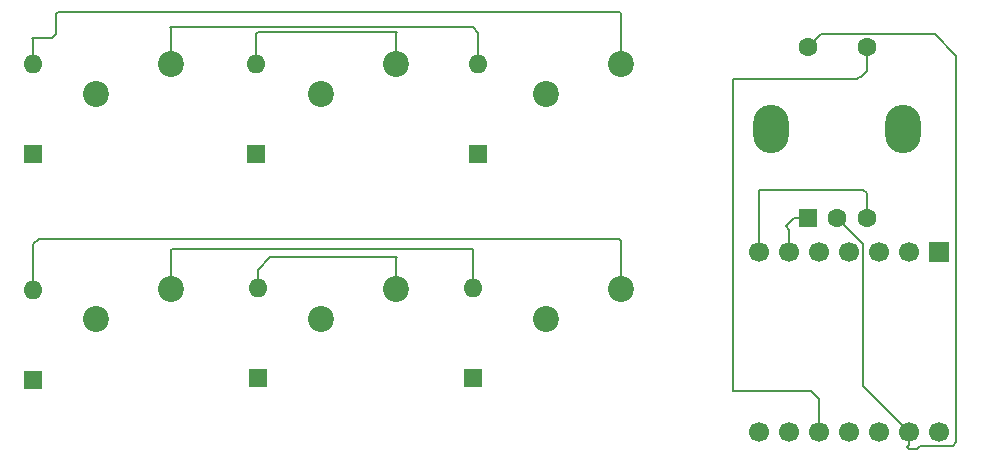
<source format=gbr>
%TF.GenerationSoftware,KiCad,Pcbnew,8.0.5*%
%TF.CreationDate,2024-10-23T20:01:10-04:00*%
%TF.ProjectId,HackPadCase,4861636b-5061-4644-9361-73652e6b6963,rev?*%
%TF.SameCoordinates,Original*%
%TF.FileFunction,Copper,L1,Top*%
%TF.FilePolarity,Positive*%
%FSLAX46Y46*%
G04 Gerber Fmt 4.6, Leading zero omitted, Abs format (unit mm)*
G04 Created by KiCad (PCBNEW 8.0.5) date 2024-10-23 20:01:10*
%MOMM*%
%LPD*%
G01*
G04 APERTURE LIST*
G04 Aperture macros list*
%AMRoundRect*
0 Rectangle with rounded corners*
0 $1 Rounding radius*
0 $2 $3 $4 $5 $6 $7 $8 $9 X,Y pos of 4 corners*
0 Add a 4 corners polygon primitive as box body*
4,1,4,$2,$3,$4,$5,$6,$7,$8,$9,$2,$3,0*
0 Add four circle primitives for the rounded corners*
1,1,$1+$1,$2,$3*
1,1,$1+$1,$4,$5*
1,1,$1+$1,$6,$7*
1,1,$1+$1,$8,$9*
0 Add four rect primitives between the rounded corners*
20,1,$1+$1,$2,$3,$4,$5,0*
20,1,$1+$1,$4,$5,$6,$7,0*
20,1,$1+$1,$6,$7,$8,$9,0*
20,1,$1+$1,$8,$9,$2,$3,0*%
G04 Aperture macros list end*
%TA.AperFunction,ComponentPad*%
%ADD10RoundRect,0.250000X0.550000X-0.550000X0.550000X0.550000X-0.550000X0.550000X-0.550000X-0.550000X0*%
%TD*%
%TA.AperFunction,ComponentPad*%
%ADD11C,1.600000*%
%TD*%
%TA.AperFunction,ComponentPad*%
%ADD12O,3.000000X4.100000*%
%TD*%
%TA.AperFunction,ComponentPad*%
%ADD13C,2.200000*%
%TD*%
%TA.AperFunction,ComponentPad*%
%ADD14R,1.600000X1.600000*%
%TD*%
%TA.AperFunction,ComponentPad*%
%ADD15O,1.600000X1.600000*%
%TD*%
%TA.AperFunction,ComponentPad*%
%ADD16R,1.700000X1.700000*%
%TD*%
%TA.AperFunction,ComponentPad*%
%ADD17C,1.700000*%
%TD*%
%TA.AperFunction,Conductor*%
%ADD18C,0.200000*%
%TD*%
G04 APERTURE END LIST*
D10*
%TO.P,SW7,A,A*%
%TO.N,Net-(U1-PA9_A5_D5_SCL)*%
X187165000Y-78635000D03*
D11*
%TO.P,SW7,B,B*%
%TO.N,Net-(U1-PB08_A6_D6_TX)*%
X192165000Y-78635000D03*
%TO.P,SW7,C,C*%
%TO.N,GND*%
X189665000Y-78635000D03*
%TO.P,SW7,S1,S1*%
X187165000Y-64135000D03*
%TO.P,SW7,S2,S2*%
%TO.N,Net-(U1-PA5_A9_D9_MISO)*%
X192165000Y-64135000D03*
D12*
%TO.P,SW7,SH*%
%TO.N,N/C*%
X184065000Y-71135000D03*
X195265000Y-71135000D03*
%TD*%
D13*
%TO.P,SW1,2,2*%
%TO.N,Column 1*%
X126880000Y-68120000D03*
%TO.P,SW1,1,1*%
%TO.N,Net-(D1-A)*%
X133230000Y-65580000D03*
%TD*%
D14*
%TO.P,D3,1,K*%
%TO.N,Row 1*%
X140465000Y-73215000D03*
D15*
%TO.P,D3,2,A*%
%TO.N,Net-(D3-A)*%
X140465000Y-65595000D03*
%TD*%
D13*
%TO.P,SW6,2,2*%
%TO.N,Column 3*%
X164980000Y-87170000D03*
%TO.P,SW6,1,1*%
%TO.N,Net-(D6-A)*%
X171330000Y-84630000D03*
%TD*%
%TO.P,SW3,2,2*%
%TO.N,Column 3*%
X145930000Y-68120000D03*
%TO.P,SW3,1,1*%
%TO.N,Net-(D3-A)*%
X152280000Y-65580000D03*
%TD*%
D16*
%TO.P,U1,1,PA02_A0_D0*%
%TO.N,Column 1*%
X198305000Y-81535000D03*
D17*
%TO.P,U1,2,PA4_A1_D1*%
%TO.N,Column 2*%
X195765000Y-81535000D03*
%TO.P,U1,3,PA10_A2_D2*%
%TO.N,Column 3*%
X193225000Y-81535000D03*
%TO.P,U1,4,PA11_A3_D3*%
%TO.N,Row 1*%
X190685000Y-81535000D03*
%TO.P,U1,5,PA8_A4_D4_SDA*%
%TO.N,Row 2*%
X188145000Y-81535000D03*
%TO.P,U1,6,PA9_A5_D5_SCL*%
%TO.N,Net-(U1-PA9_A5_D5_SCL)*%
X185605000Y-81535000D03*
%TO.P,U1,7,PB08_A6_D6_TX*%
%TO.N,Net-(U1-PB08_A6_D6_TX)*%
X183065000Y-81535000D03*
%TO.P,U1,8,PB09_A7_D7_RX*%
%TO.N,unconnected-(U1-PB09_A7_D7_RX-Pad8)*%
X183065000Y-96785000D03*
%TO.P,U1,9,PA7_A8_D8_SCK*%
%TO.N,unconnected-(U1-PA7_A8_D8_SCK-Pad9)*%
X185605000Y-96785000D03*
%TO.P,U1,10,PA5_A9_D9_MISO*%
%TO.N,Net-(U1-PA5_A9_D9_MISO)*%
X188145000Y-96785000D03*
%TO.P,U1,11,PA6_A10_D10_MOSI*%
%TO.N,unconnected-(U1-PA6_A10_D10_MOSI-Pad11)*%
X190685000Y-96785000D03*
%TO.P,U1,12,3V3*%
%TO.N,unconnected-(U1-3V3-Pad12)*%
X193225000Y-96785000D03*
%TO.P,U1,13,GND*%
%TO.N,GND*%
X195765000Y-96785000D03*
%TO.P,U1,14,5V*%
%TO.N,unconnected-(U1-5V-Pad14)*%
X198305000Y-96785000D03*
%TD*%
D13*
%TO.P,SW2,2,2*%
%TO.N,Column 2*%
X126880000Y-87170000D03*
%TO.P,SW2,1,1*%
%TO.N,Net-(D2-A)*%
X133230000Y-84630000D03*
%TD*%
D14*
%TO.P,D2,1,K*%
%TO.N,Row 1*%
X158845000Y-92225000D03*
D15*
%TO.P,D2,2,A*%
%TO.N,Net-(D2-A)*%
X158845000Y-84605000D03*
%TD*%
D13*
%TO.P,SW5,2,2*%
%TO.N,Column 2*%
X164980000Y-68120000D03*
%TO.P,SW5,1,1*%
%TO.N,Net-(D5-A)*%
X171330000Y-65580000D03*
%TD*%
D14*
%TO.P,D6,1,K*%
%TO.N,Row 2*%
X121585000Y-92355000D03*
D15*
%TO.P,D6,2,A*%
%TO.N,Net-(D6-A)*%
X121585000Y-84735000D03*
%TD*%
D14*
%TO.P,D1,1,K*%
%TO.N,Row 1*%
X159275000Y-73185000D03*
D15*
%TO.P,D1,2,A*%
%TO.N,Net-(D1-A)*%
X159275000Y-65565000D03*
%TD*%
D13*
%TO.P,SW4,2,2*%
%TO.N,Column 1*%
X145930000Y-87170000D03*
%TO.P,SW4,1,1*%
%TO.N,Net-(D4-A)*%
X152280000Y-84630000D03*
%TD*%
D14*
%TO.P,D4,1,K*%
%TO.N,Row 2*%
X140615000Y-92225000D03*
D15*
%TO.P,D4,2,A*%
%TO.N,Net-(D4-A)*%
X140615000Y-84605000D03*
%TD*%
D14*
%TO.P,D5,1,K*%
%TO.N,Row 2*%
X121565000Y-73195000D03*
D15*
%TO.P,D5,2,A*%
%TO.N,Net-(D5-A)*%
X121565000Y-65575000D03*
%TD*%
D18*
%TO.N,Net-(U1-PA5_A9_D9_MISO)*%
X188145000Y-93965000D02*
X188145000Y-96785000D01*
X187465000Y-93285000D02*
X188145000Y-93965000D01*
X180865000Y-93285000D02*
X187465000Y-93285000D01*
X191365000Y-66835000D02*
X180865000Y-66835000D01*
X191665000Y-66685000D02*
X191515000Y-66685000D01*
X192165000Y-66185000D02*
X191665000Y-66685000D01*
X191515000Y-66685000D02*
X191365000Y-66835000D01*
X180865000Y-66835000D02*
X180865000Y-93285000D01*
X192165000Y-64135000D02*
X192165000Y-66185000D01*
%TO.N,Net-(U1-PB08_A6_D6_TX)*%
X183065000Y-76235000D02*
X183065000Y-81535000D01*
X191865000Y-76235000D02*
X183065000Y-76235000D01*
X192165000Y-76535000D02*
X191865000Y-76235000D01*
X192165000Y-78635000D02*
X192165000Y-76535000D01*
%TO.N,Net-(U1-PA9_A5_D5_SCL)*%
X185605000Y-79625000D02*
X185605000Y-81535000D01*
X185315000Y-79335000D02*
X185605000Y-79625000D01*
X186015000Y-78635000D02*
X185315000Y-79335000D01*
X187165000Y-78635000D02*
X186015000Y-78635000D01*
%TO.N,GND*%
X195765000Y-97885000D02*
X195765000Y-96785000D01*
X195615000Y-98035000D02*
X195765000Y-97885000D01*
X196465000Y-98185000D02*
X195765000Y-98185000D01*
X196715000Y-97935000D02*
X196465000Y-98185000D01*
X195765000Y-98185000D02*
X195615000Y-98035000D01*
X199465000Y-97935000D02*
X196715000Y-97935000D01*
X199765000Y-97635000D02*
X199465000Y-97935000D01*
X199765000Y-64885000D02*
X199765000Y-97635000D01*
X197915000Y-63035000D02*
X199765000Y-64885000D01*
X188265000Y-63035000D02*
X197915000Y-63035000D01*
X187165000Y-64135000D02*
X188265000Y-63035000D01*
X191835000Y-80805000D02*
X191835000Y-92855000D01*
X189665000Y-78635000D02*
X191835000Y-80805000D01*
X191835000Y-92855000D02*
X195765000Y-96785000D01*
%TO.N,Net-(D6-A)*%
X122115000Y-80435000D02*
X122065000Y-80385000D01*
X171215000Y-80435000D02*
X122115000Y-80435000D01*
X122065000Y-80385000D02*
X121585000Y-80865000D01*
X171330000Y-80550000D02*
X171215000Y-80435000D01*
X171330000Y-84630000D02*
X171330000Y-80550000D01*
X121585000Y-80865000D02*
X121585000Y-84735000D01*
%TO.N,Net-(D4-A)*%
X140615000Y-83035000D02*
X140615000Y-84605000D01*
X141665000Y-81985000D02*
X140615000Y-83035000D01*
X152365000Y-81985000D02*
X141665000Y-81985000D01*
X152280000Y-82070000D02*
X152365000Y-81985000D01*
X152280000Y-84630000D02*
X152280000Y-82070000D01*
%TO.N,Net-(D5-A)*%
X121565000Y-63485000D02*
X121565000Y-65575000D01*
X121465000Y-63385000D02*
X121565000Y-63485000D01*
X123515000Y-63035000D02*
X123165000Y-63385000D01*
X123165000Y-63385000D02*
X121465000Y-63385000D01*
X123515000Y-61385000D02*
X123515000Y-63035000D01*
X123715000Y-61185000D02*
X123515000Y-61385000D01*
X171215000Y-61185000D02*
X123715000Y-61185000D01*
X171330000Y-61300000D02*
X171215000Y-61185000D01*
X171330000Y-65580000D02*
X171330000Y-61300000D01*
%TO.N,Net-(D3-A)*%
X140465000Y-63085000D02*
X140465000Y-65595000D01*
X140665000Y-62885000D02*
X140465000Y-63085000D01*
X152280000Y-62970000D02*
X152365000Y-62885000D01*
X152365000Y-62885000D02*
X140665000Y-62885000D01*
X152280000Y-65580000D02*
X152280000Y-62970000D01*
%TO.N,Net-(D1-A)*%
X159275000Y-62945000D02*
X159275000Y-65565000D01*
X133165000Y-62485000D02*
X158815000Y-62485000D01*
X133230000Y-62550000D02*
X133165000Y-62485000D01*
X158815000Y-62485000D02*
X159275000Y-62945000D01*
X133230000Y-65580000D02*
X133230000Y-62550000D01*
%TO.N,Net-(D2-A)*%
X133230000Y-81370000D02*
X133230000Y-84630000D01*
X158815000Y-81235000D02*
X133365000Y-81235000D01*
X158845000Y-81265000D02*
X158815000Y-81235000D01*
X133365000Y-81235000D02*
X133230000Y-81370000D01*
X158845000Y-84605000D02*
X158845000Y-81265000D01*
%TD*%
M02*

</source>
